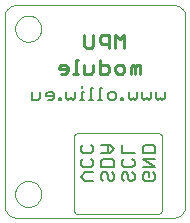
<source format=gbo>
G75*
%MOIN*%
%OFA0B0*%
%FSLAX24Y24*%
%IPPOS*%
%LPD*%
%AMOC8*
5,1,8,0,0,1.08239X$1,22.5*
%
%ADD10C,0.0000*%
%ADD11C,0.0080*%
%ADD12C,0.0030*%
%ADD13C,0.0110*%
D10*
X000100Y000494D02*
X000100Y006793D01*
X000102Y006832D01*
X000108Y006870D01*
X000117Y006907D01*
X000130Y006944D01*
X000147Y006979D01*
X000166Y007012D01*
X000189Y007043D01*
X000215Y007072D01*
X000244Y007098D01*
X000275Y007121D01*
X000308Y007140D01*
X000343Y007157D01*
X000380Y007170D01*
X000417Y007179D01*
X000455Y007185D01*
X000494Y007187D01*
X005737Y007187D01*
X005776Y007185D01*
X005814Y007179D01*
X005851Y007170D01*
X005888Y007157D01*
X005923Y007140D01*
X005956Y007121D01*
X005987Y007098D01*
X006016Y007072D01*
X006042Y007043D01*
X006065Y007012D01*
X006084Y006979D01*
X006101Y006944D01*
X006114Y006907D01*
X006123Y006870D01*
X006129Y006832D01*
X006131Y006793D01*
X006131Y000494D01*
X006129Y000455D01*
X006123Y000417D01*
X006114Y000380D01*
X006101Y000343D01*
X006084Y000308D01*
X006065Y000275D01*
X006042Y000244D01*
X006016Y000215D01*
X005987Y000189D01*
X005956Y000166D01*
X005923Y000147D01*
X005888Y000130D01*
X005851Y000117D01*
X005814Y000108D01*
X005776Y000102D01*
X005737Y000100D01*
X000494Y000100D01*
X000455Y000102D01*
X000417Y000108D01*
X000380Y000117D01*
X000343Y000130D01*
X000308Y000147D01*
X000275Y000166D01*
X000244Y000189D01*
X000215Y000215D01*
X000189Y000244D01*
X000166Y000275D01*
X000147Y000308D01*
X000130Y000343D01*
X000117Y000380D01*
X000108Y000417D01*
X000102Y000455D01*
X000100Y000494D01*
X000454Y000887D02*
X000456Y000928D01*
X000462Y000969D01*
X000472Y001009D01*
X000485Y001048D01*
X000502Y001085D01*
X000523Y001121D01*
X000547Y001155D01*
X000574Y001186D01*
X000603Y001214D01*
X000636Y001240D01*
X000670Y001262D01*
X000707Y001281D01*
X000745Y001296D01*
X000785Y001308D01*
X000825Y001316D01*
X000866Y001320D01*
X000908Y001320D01*
X000949Y001316D01*
X000989Y001308D01*
X001029Y001296D01*
X001067Y001281D01*
X001103Y001262D01*
X001138Y001240D01*
X001171Y001214D01*
X001200Y001186D01*
X001227Y001155D01*
X001251Y001121D01*
X001272Y001085D01*
X001289Y001048D01*
X001302Y001009D01*
X001312Y000969D01*
X001318Y000928D01*
X001320Y000887D01*
X001318Y000846D01*
X001312Y000805D01*
X001302Y000765D01*
X001289Y000726D01*
X001272Y000689D01*
X001251Y000653D01*
X001227Y000619D01*
X001200Y000588D01*
X001171Y000560D01*
X001138Y000534D01*
X001104Y000512D01*
X001067Y000493D01*
X001029Y000478D01*
X000989Y000466D01*
X000949Y000458D01*
X000908Y000454D01*
X000866Y000454D01*
X000825Y000458D01*
X000785Y000466D01*
X000745Y000478D01*
X000707Y000493D01*
X000671Y000512D01*
X000636Y000534D01*
X000603Y000560D01*
X000574Y000588D01*
X000547Y000619D01*
X000523Y000653D01*
X000502Y000689D01*
X000485Y000726D01*
X000472Y000765D01*
X000462Y000805D01*
X000456Y000846D01*
X000454Y000887D01*
X000454Y006399D02*
X000456Y006440D01*
X000462Y006481D01*
X000472Y006521D01*
X000485Y006560D01*
X000502Y006597D01*
X000523Y006633D01*
X000547Y006667D01*
X000574Y006698D01*
X000603Y006726D01*
X000636Y006752D01*
X000670Y006774D01*
X000707Y006793D01*
X000745Y006808D01*
X000785Y006820D01*
X000825Y006828D01*
X000866Y006832D01*
X000908Y006832D01*
X000949Y006828D01*
X000989Y006820D01*
X001029Y006808D01*
X001067Y006793D01*
X001103Y006774D01*
X001138Y006752D01*
X001171Y006726D01*
X001200Y006698D01*
X001227Y006667D01*
X001251Y006633D01*
X001272Y006597D01*
X001289Y006560D01*
X001302Y006521D01*
X001312Y006481D01*
X001318Y006440D01*
X001320Y006399D01*
X001318Y006358D01*
X001312Y006317D01*
X001302Y006277D01*
X001289Y006238D01*
X001272Y006201D01*
X001251Y006165D01*
X001227Y006131D01*
X001200Y006100D01*
X001171Y006072D01*
X001138Y006046D01*
X001104Y006024D01*
X001067Y006005D01*
X001029Y005990D01*
X000989Y005978D01*
X000949Y005970D01*
X000908Y005966D01*
X000866Y005966D01*
X000825Y005970D01*
X000785Y005978D01*
X000745Y005990D01*
X000707Y006005D01*
X000671Y006024D01*
X000636Y006046D01*
X000603Y006072D01*
X000574Y006100D01*
X000547Y006131D01*
X000523Y006165D01*
X000502Y006201D01*
X000485Y006238D01*
X000472Y006277D01*
X000462Y006317D01*
X000456Y006358D01*
X000454Y006399D01*
D11*
X001011Y004295D02*
X001011Y004015D01*
X001221Y004015D01*
X001291Y004085D01*
X001291Y004295D01*
X001472Y004225D02*
X001472Y004155D01*
X001752Y004155D01*
X001752Y004085D02*
X001752Y004225D01*
X001682Y004295D01*
X001542Y004295D01*
X001472Y004225D01*
X001542Y004015D02*
X001682Y004015D01*
X001752Y004085D01*
X001912Y004085D02*
X001912Y004015D01*
X001982Y004015D01*
X001982Y004085D01*
X001912Y004085D01*
X002162Y004085D02*
X002162Y004295D01*
X002162Y004085D02*
X002232Y004015D01*
X002302Y004085D01*
X002372Y004015D01*
X002442Y004085D01*
X002442Y004295D01*
X002679Y004295D02*
X002679Y004015D01*
X002749Y004015D02*
X002609Y004015D01*
X002679Y004295D02*
X002749Y004295D01*
X002679Y004435D02*
X002679Y004505D01*
X002986Y004435D02*
X002986Y004015D01*
X003056Y004015D02*
X002916Y004015D01*
X003223Y004015D02*
X003363Y004015D01*
X003293Y004015D02*
X003293Y004435D01*
X003363Y004435D01*
X003543Y004225D02*
X003613Y004295D01*
X003754Y004295D01*
X003824Y004225D01*
X003824Y004085D01*
X003754Y004015D01*
X003613Y004015D01*
X003543Y004085D01*
X003543Y004225D01*
X003984Y004085D02*
X003984Y004015D01*
X004054Y004015D01*
X004054Y004085D01*
X003984Y004085D01*
X004234Y004085D02*
X004234Y004295D01*
X004234Y004085D02*
X004304Y004015D01*
X004374Y004085D01*
X004444Y004015D01*
X004514Y004085D01*
X004514Y004295D01*
X004694Y004295D02*
X004694Y004085D01*
X004764Y004015D01*
X004834Y004085D01*
X004905Y004015D01*
X004975Y004085D01*
X004975Y004295D01*
X005155Y004295D02*
X005155Y004085D01*
X005225Y004015D01*
X005295Y004085D01*
X005365Y004015D01*
X005435Y004085D01*
X005435Y004295D01*
X005053Y002529D02*
X004773Y002529D01*
X004703Y002458D01*
X004703Y002248D01*
X005123Y002248D01*
X005123Y002458D01*
X005053Y002529D01*
X005123Y002068D02*
X004703Y002068D01*
X005123Y001788D01*
X004703Y001788D01*
X004773Y001608D02*
X004913Y001608D01*
X004913Y001468D01*
X005053Y001608D02*
X005123Y001538D01*
X005123Y001398D01*
X005053Y001328D01*
X004773Y001328D01*
X004703Y001398D01*
X004703Y001538D01*
X004773Y001608D01*
X004435Y001538D02*
X004435Y001398D01*
X004365Y001328D01*
X004295Y001328D01*
X004225Y001398D01*
X004225Y001538D01*
X004155Y001608D01*
X004085Y001608D01*
X004015Y001538D01*
X004015Y001398D01*
X004085Y001328D01*
X004365Y001608D02*
X004435Y001538D01*
X004365Y001788D02*
X004085Y001788D01*
X004015Y001858D01*
X004015Y001998D01*
X004085Y002068D01*
X004015Y002248D02*
X004015Y002529D01*
X004015Y002248D02*
X004435Y002248D01*
X004365Y002068D02*
X004435Y001998D01*
X004435Y001858D01*
X004365Y001788D01*
X003748Y001788D02*
X003748Y001998D01*
X003678Y002068D01*
X003398Y002068D01*
X003328Y001998D01*
X003328Y001788D01*
X003748Y001788D01*
X003678Y001608D02*
X003748Y001538D01*
X003748Y001398D01*
X003678Y001328D01*
X003608Y001328D01*
X003538Y001398D01*
X003538Y001538D01*
X003468Y001608D01*
X003398Y001608D01*
X003328Y001538D01*
X003328Y001398D01*
X003398Y001328D01*
X003060Y001328D02*
X002780Y001328D01*
X002640Y001468D01*
X002780Y001608D01*
X003060Y001608D01*
X002990Y001788D02*
X002710Y001788D01*
X002640Y001858D01*
X002640Y001998D01*
X002710Y002068D01*
X002710Y002248D02*
X002640Y002318D01*
X002640Y002458D01*
X002710Y002529D01*
X002710Y002248D02*
X002990Y002248D01*
X003060Y002318D01*
X003060Y002458D01*
X002990Y002529D01*
X003328Y002529D02*
X003608Y002529D01*
X003748Y002388D01*
X003608Y002248D01*
X003328Y002248D01*
X003538Y002248D02*
X003538Y002529D01*
X003060Y001998D02*
X003060Y001858D01*
X002990Y001788D01*
X003060Y001998D02*
X002990Y002068D01*
X003056Y004435D02*
X002986Y004435D01*
D12*
X002538Y002913D02*
X005225Y002913D01*
X005245Y002911D01*
X005264Y002907D01*
X005282Y002899D01*
X005298Y002889D01*
X005313Y002876D01*
X005326Y002861D01*
X005336Y002845D01*
X005344Y002827D01*
X005348Y002808D01*
X005350Y002788D01*
X005350Y000350D01*
X005344Y000328D01*
X005335Y000307D01*
X005323Y000288D01*
X005308Y000270D01*
X005291Y000255D01*
X005273Y000243D01*
X005252Y000233D01*
X005230Y000226D01*
X005208Y000223D01*
X005185Y000222D01*
X005163Y000225D01*
X002538Y000225D01*
X002518Y000227D01*
X002499Y000231D01*
X002481Y000239D01*
X002465Y000249D01*
X002450Y000262D01*
X002437Y000277D01*
X002427Y000293D01*
X002419Y000311D01*
X002415Y000330D01*
X002413Y000350D01*
X002413Y002788D01*
X002415Y002808D01*
X002419Y002827D01*
X002427Y002845D01*
X002437Y002861D01*
X002450Y002876D01*
X002465Y002889D01*
X002481Y002899D01*
X002499Y002907D01*
X002518Y002911D01*
X002538Y002913D01*
D13*
X002545Y004905D02*
X002395Y004905D01*
X002470Y004905D02*
X002470Y005355D01*
X002545Y005355D01*
X002760Y005205D02*
X002760Y004905D01*
X002986Y004905D01*
X003061Y004980D01*
X003061Y005205D01*
X003276Y005205D02*
X003501Y005205D01*
X003576Y005130D01*
X003576Y004980D01*
X003501Y004905D01*
X003276Y004905D01*
X003276Y005355D01*
X002986Y005745D02*
X002835Y005745D01*
X002760Y005820D01*
X002760Y006195D01*
X003061Y006195D02*
X003061Y005820D01*
X002986Y005745D01*
X003276Y005970D02*
X003351Y005895D01*
X003576Y005895D01*
X003576Y005745D02*
X003576Y006195D01*
X003351Y006195D01*
X003276Y006120D01*
X003276Y005970D01*
X003792Y006195D02*
X003792Y005745D01*
X004092Y005745D02*
X004092Y006195D01*
X003942Y006045D01*
X003792Y006195D01*
X003867Y005205D02*
X004017Y005205D01*
X004092Y005130D01*
X004092Y004980D01*
X004017Y004905D01*
X003867Y004905D01*
X003792Y004980D01*
X003792Y005130D01*
X003867Y005205D01*
X004307Y005130D02*
X004307Y004905D01*
X004457Y004905D02*
X004457Y005130D01*
X004382Y005205D01*
X004307Y005130D01*
X004457Y005130D02*
X004532Y005205D01*
X004608Y005205D01*
X004608Y004905D01*
X002201Y004980D02*
X002201Y005130D01*
X002126Y005205D01*
X001976Y005205D01*
X001901Y005130D01*
X001901Y005055D01*
X002201Y005055D01*
X002201Y004980D02*
X002126Y004905D01*
X001976Y004905D01*
M02*

</source>
